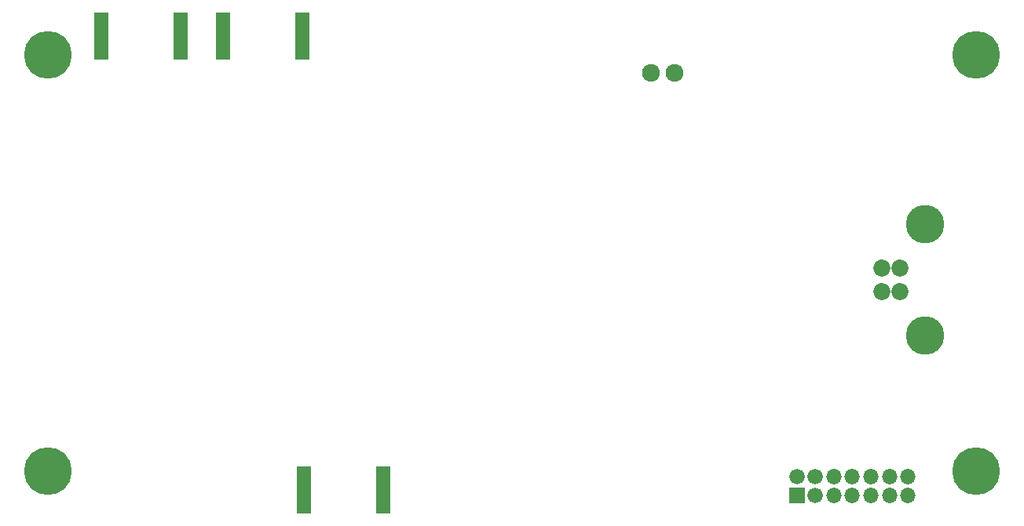
<source format=gbs>
G04 (created by PCBNEW (2013-jul-07)-stable) date Пт. 06 марта 2015 16:18:19*
%MOIN*%
G04 Gerber Fmt 3.4, Leading zero omitted, Abs format*
%FSLAX34Y34*%
G01*
G70*
G90*
G04 APERTURE LIST*
%ADD10C,0.00393701*%
%ADD11R,0.0659055X0.0659055*%
%ADD12C,0.0659055*%
%ADD13O,0.0659055X0.0659055*%
%ADD14C,0.0759055*%
%ADD15C,0.0728346*%
%ADD16C,0.163386*%
%ADD17C,0.202756*%
%ADD18R,0.0649606X0.202756*%
G04 APERTURE END LIST*
G54D10*
G54D11*
X69170Y-42372D03*
G54D12*
X69170Y-41585D03*
X69957Y-42372D03*
X69957Y-41585D03*
G54D13*
X70745Y-42372D03*
X70745Y-41585D03*
X71532Y-42372D03*
X71532Y-41585D03*
X72320Y-42372D03*
X72320Y-41585D03*
X73107Y-42372D03*
X73107Y-41585D03*
X73894Y-42372D03*
X73894Y-41585D03*
G54D14*
X62970Y-24415D03*
X63970Y-24415D03*
G54D15*
X72775Y-33700D03*
X72775Y-32716D03*
X73562Y-33700D03*
X73562Y-32716D03*
G54D16*
X74629Y-35578D03*
X74629Y-30838D03*
G54D17*
X76771Y-23622D03*
X76771Y-41338D03*
X37401Y-41338D03*
X37401Y-23622D03*
G54D18*
X48267Y-42125D03*
X51614Y-42125D03*
X43011Y-22834D03*
X39665Y-22834D03*
X48169Y-22834D03*
X44822Y-22834D03*
M02*

</source>
